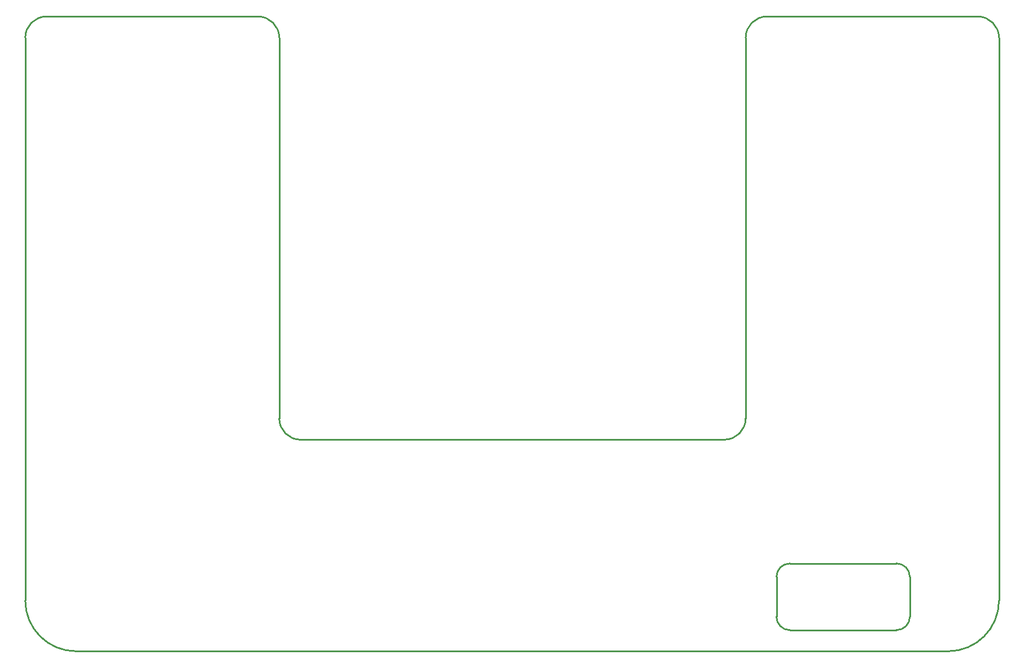
<source format=gbp>
G04*
G04 #@! TF.GenerationSoftware,Altium Limited,Altium Designer,18.1.9 (240)*
G04*
G04 Layer_Color=128*
%FSLAX44Y44*%
%MOMM*%
G71*
G01*
G75*
%ADD10C,0.2540*%
D10*
X1112266Y952500D02*
G03*
X1080516Y920750I0J-31750D01*
G01*
X1326760Y111750D02*
G03*
X1306760Y131750I-20000J0D01*
G01*
Y31750D02*
G03*
X1326760Y51750I0J20000D01*
G01*
X1126760D02*
G03*
X1146760Y31750I20000J0D01*
G01*
Y131750D02*
G03*
X1126760Y111750I0J-20000D01*
G01*
X1460500Y920750D02*
G03*
X1428750Y952500I-31750J0D01*
G01*
X1048766Y317500D02*
G03*
X1080516Y349250I0J31750D01*
G01*
X381000D02*
G03*
X412750Y317500I31750J0D01*
G01*
X381000Y920750D02*
G03*
X349250Y952500I-31750J0D01*
G01*
X31750D02*
G03*
X0Y920750I0J-31750D01*
G01*
Y76200D02*
G03*
X76200Y0I76200J0D01*
G01*
X1384300D02*
G03*
X1460500Y76200I0J76200D01*
G01*
X76200Y0D02*
X1384300D01*
X0Y76200D02*
Y920750D01*
X31750Y952500D02*
X349250D01*
X381000Y920750D02*
X381000Y349250D01*
X412750Y317500D02*
X1048766D01*
X1080516Y349250D02*
Y920750D01*
X1112266Y952500D02*
X1428750D01*
X1460500Y76200D02*
Y920750D01*
X1146760Y131750D02*
X1306760D01*
X1326760Y51750D02*
Y111750D01*
X1146760Y31750D02*
X1306760D01*
X1126760Y51750D02*
Y111750D01*
M02*

</source>
